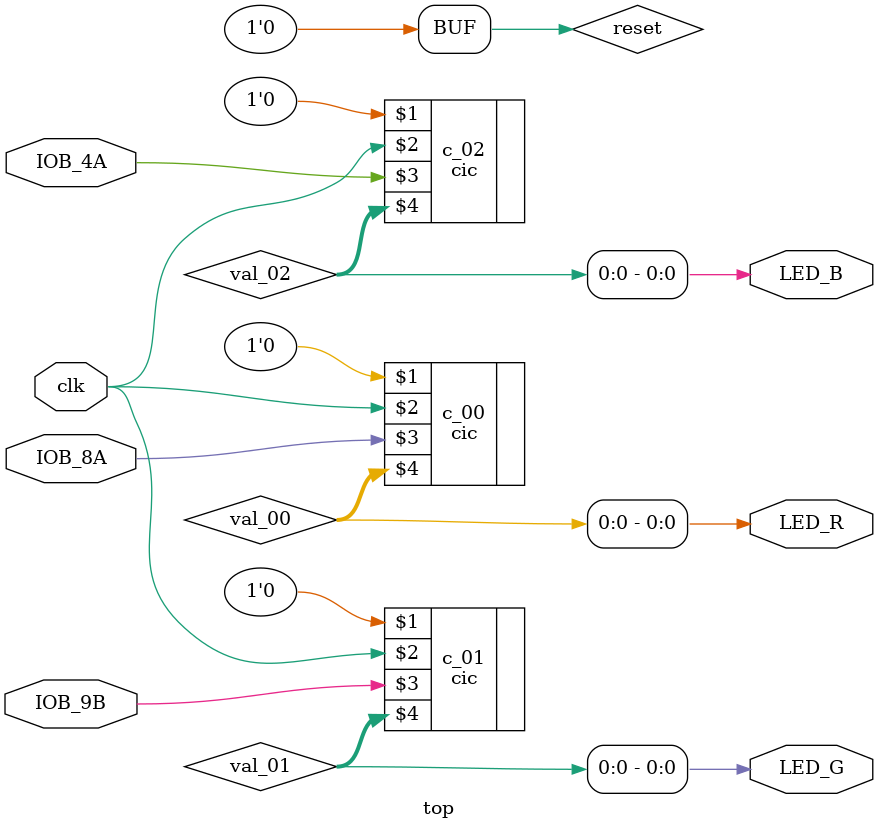
<source format=v>

`include "cic.v"


module top(input clk, output LED_R, output LED_G, output LED_B, input IOB_8A, input IOB_9B, input IOB_4A);

	wire reset;
	wire din;
	wire [23:0] val_00;
	wire [23:0] val_01;
	wire [23:0] val_02;

	assign reset = 0;

	cic c_00 (reset, clk, IOB_8A, val_00);
	cic c_01 (reset, clk, IOB_9B, val_01);
	cic c_02 (reset, clk, IOB_4A, val_02);

	assign LED_R = val_00[0];
	assign LED_G = val_01[0];
	assign LED_B = val_02[0];

endmodule

</source>
